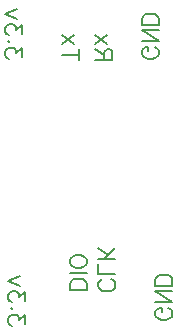
<source format=gbo>
G04 Layer: BottomSilkscreenLayer*
G04 EasyEDA v6.4.31, 2022-03-03 13:31:49*
G04 40e5de87a7664572b24e6dd0e93d503d,d021fe9ff0164b2b908f64b513dd86bf,10*
G04 Gerber Generator version 0.2*
G04 Scale: 100 percent, Rotated: No, Reflected: No *
G04 Dimensions in millimeters *
G04 leading zeros omitted , absolute positions ,4 integer and 5 decimal *
%FSLAX45Y45*%
%MOMM*%

%ADD38C,0.2032*%

%LPD*%
D38*
X4215363Y6159500D02*
G01*
X4072181Y6159500D01*
X4215363Y6159500D02*
G01*
X4215363Y6220863D01*
X4208546Y6241318D01*
X4201726Y6248135D01*
X4188091Y6254955D01*
X4174454Y6254955D01*
X4160817Y6248135D01*
X4153999Y6241318D01*
X4147182Y6220863D01*
X4147182Y6159500D01*
X4147182Y6207226D02*
G01*
X4072181Y6254955D01*
X4167637Y6299954D02*
G01*
X4072181Y6374955D01*
X4167637Y6374955D02*
G01*
X4072181Y6299954D01*
X3935963Y6207226D02*
G01*
X3792781Y6207226D01*
X3935963Y6159500D02*
G01*
X3935963Y6254955D01*
X3888237Y6299954D02*
G01*
X3792781Y6374955D01*
X3888237Y6374955D02*
G01*
X3792781Y6299954D01*
X4574971Y6274473D02*
G01*
X4588609Y6267655D01*
X4602246Y6254018D01*
X4609063Y6240381D01*
X4609063Y6213109D01*
X4602246Y6199471D01*
X4588609Y6185837D01*
X4574971Y6179017D01*
X4554517Y6172200D01*
X4520427Y6172200D01*
X4499973Y6179017D01*
X4486335Y6185837D01*
X4472701Y6199471D01*
X4465881Y6213109D01*
X4465881Y6240381D01*
X4472701Y6254018D01*
X4486335Y6267655D01*
X4499973Y6274473D01*
X4520427Y6274473D01*
X4520427Y6240381D02*
G01*
X4520427Y6274473D01*
X4609063Y6319471D02*
G01*
X4465881Y6319471D01*
X4609063Y6319471D02*
G01*
X4465881Y6414927D01*
X4609063Y6414927D02*
G01*
X4465881Y6414927D01*
X4609063Y6459926D02*
G01*
X4465881Y6459926D01*
X4609063Y6459926D02*
G01*
X4609063Y6507655D01*
X4602246Y6528109D01*
X4588609Y6541744D01*
X4574971Y6548564D01*
X4554517Y6555381D01*
X4520427Y6555381D01*
X4499973Y6548564D01*
X4486335Y6541744D01*
X4472701Y6528109D01*
X4465881Y6507655D01*
X4465881Y6459926D01*
X3453363Y6185837D02*
G01*
X3453363Y6260835D01*
X3398817Y6219926D01*
X3398817Y6240381D01*
X3391999Y6254018D01*
X3385182Y6260835D01*
X3364727Y6267655D01*
X3351090Y6267655D01*
X3330635Y6260835D01*
X3317001Y6247201D01*
X3310181Y6226746D01*
X3310181Y6206291D01*
X3317001Y6185837D01*
X3323818Y6179017D01*
X3337453Y6172200D01*
X3344273Y6319471D02*
G01*
X3337453Y6312654D01*
X3330635Y6319471D01*
X3337453Y6326291D01*
X3344273Y6319471D01*
X3453363Y6384927D02*
G01*
X3453363Y6459926D01*
X3398817Y6419019D01*
X3398817Y6439471D01*
X3391999Y6453108D01*
X3385182Y6459926D01*
X3364727Y6466746D01*
X3351090Y6466746D01*
X3330635Y6459926D01*
X3317001Y6446291D01*
X3310181Y6425836D01*
X3310181Y6405382D01*
X3317001Y6384927D01*
X3323818Y6378110D01*
X3337453Y6371290D01*
X3405637Y6511744D02*
G01*
X3310181Y6552653D01*
X3405637Y6593563D02*
G01*
X3310181Y6552653D01*
X4689271Y4064673D02*
G01*
X4702909Y4057855D01*
X4716546Y4044218D01*
X4723363Y4030581D01*
X4723363Y4003309D01*
X4716546Y3989671D01*
X4702909Y3976037D01*
X4689271Y3969217D01*
X4668817Y3962400D01*
X4634727Y3962400D01*
X4614273Y3969217D01*
X4600635Y3976037D01*
X4587001Y3989671D01*
X4580181Y4003309D01*
X4580181Y4030581D01*
X4587001Y4044218D01*
X4600635Y4057855D01*
X4614273Y4064673D01*
X4634727Y4064673D01*
X4634727Y4030581D02*
G01*
X4634727Y4064673D01*
X4723363Y4109671D02*
G01*
X4580181Y4109671D01*
X4723363Y4109671D02*
G01*
X4580181Y4205127D01*
X4723363Y4205127D02*
G01*
X4580181Y4205127D01*
X4723363Y4250126D02*
G01*
X4580181Y4250126D01*
X4723363Y4250126D02*
G01*
X4723363Y4297855D01*
X4716546Y4318309D01*
X4702909Y4331944D01*
X4689271Y4338764D01*
X4668817Y4345581D01*
X4634727Y4345581D01*
X4614273Y4338764D01*
X4600635Y4331944D01*
X4587001Y4318309D01*
X4580181Y4297855D01*
X4580181Y4250126D01*
X3478763Y3925237D02*
G01*
X3478763Y4000235D01*
X3424217Y3959326D01*
X3424217Y3979781D01*
X3417399Y3993418D01*
X3410582Y4000235D01*
X3390127Y4007055D01*
X3376490Y4007055D01*
X3356035Y4000235D01*
X3342401Y3986601D01*
X3335581Y3966146D01*
X3335581Y3945691D01*
X3342401Y3925237D01*
X3349218Y3918417D01*
X3362853Y3911600D01*
X3369673Y4058871D02*
G01*
X3362853Y4052054D01*
X3356035Y4058871D01*
X3362853Y4065691D01*
X3369673Y4058871D01*
X3478763Y4124327D02*
G01*
X3478763Y4199326D01*
X3424217Y4158419D01*
X3424217Y4178871D01*
X3417399Y4192508D01*
X3410582Y4199326D01*
X3390127Y4206146D01*
X3376490Y4206146D01*
X3356035Y4199326D01*
X3342401Y4185691D01*
X3335581Y4165236D01*
X3335581Y4144782D01*
X3342401Y4124327D01*
X3349218Y4117510D01*
X3362853Y4110690D01*
X3431037Y4251144D02*
G01*
X3335581Y4292053D01*
X3431037Y4332963D02*
G01*
X3335581Y4292053D01*
X4206671Y4305973D02*
G01*
X4220309Y4299155D01*
X4233946Y4285518D01*
X4240763Y4271881D01*
X4240763Y4244609D01*
X4233946Y4230971D01*
X4220309Y4217337D01*
X4206671Y4210517D01*
X4186217Y4203700D01*
X4152127Y4203700D01*
X4131673Y4210517D01*
X4118035Y4217337D01*
X4104401Y4230971D01*
X4097581Y4244609D01*
X4097581Y4271881D01*
X4104401Y4285518D01*
X4118035Y4299155D01*
X4131673Y4305973D01*
X4240763Y4350971D02*
G01*
X4097581Y4350971D01*
X4097581Y4350971D02*
G01*
X4097581Y4432790D01*
X4240763Y4477791D02*
G01*
X4097581Y4477791D01*
X4240763Y4573244D02*
G01*
X4145307Y4477791D01*
X4179399Y4511880D02*
G01*
X4097581Y4573244D01*
X3999463Y4216400D02*
G01*
X3856281Y4216400D01*
X3999463Y4216400D02*
G01*
X3999463Y4264126D01*
X3992646Y4284581D01*
X3979009Y4298218D01*
X3965371Y4305035D01*
X3944917Y4311855D01*
X3910827Y4311855D01*
X3890373Y4305035D01*
X3876735Y4298218D01*
X3863101Y4284581D01*
X3856281Y4264126D01*
X3856281Y4216400D01*
X3999463Y4356854D02*
G01*
X3856281Y4356854D01*
X3999463Y4442764D02*
G01*
X3992646Y4429127D01*
X3979009Y4415490D01*
X3965371Y4408672D01*
X3944917Y4401855D01*
X3910827Y4401855D01*
X3890373Y4408672D01*
X3876735Y4415490D01*
X3863101Y4429127D01*
X3856281Y4442764D01*
X3856281Y4470036D01*
X3863101Y4483671D01*
X3876735Y4497308D01*
X3890373Y4504126D01*
X3910827Y4510946D01*
X3944917Y4510946D01*
X3965371Y4504126D01*
X3979009Y4497308D01*
X3992646Y4483671D01*
X3999463Y4470036D01*
X3999463Y4442764D01*
M02*

</source>
